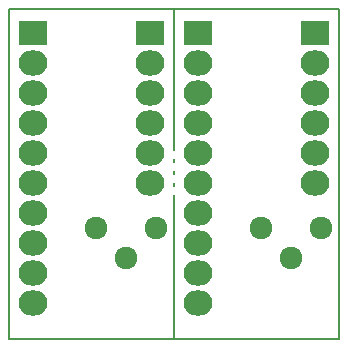
<source format=gbr>
%TF.GenerationSoftware,KiCad,Pcbnew,4.0.1+dfsg1-stable*%
%TF.CreationDate,2016-02-24T22:56:22+01:00*%
%TF.ProjectId,iotad,696F7461642E6B696361645F70636200,rev?*%
%TF.FileFunction,Soldermask,Bot*%
%FSLAX46Y46*%
G04 Gerber Fmt 4.6, Leading zero omitted, Abs format (unit mm)*
G04 Created by KiCad (PCBNEW 4.0.1+dfsg1-stable) date Wed 24 Feb 2016 10:56:22 PM CET*
%MOMM*%
G01*
G04 APERTURE LIST*
%ADD10C,0.100000*%
%ADD11C,0.150000*%
%ADD12C,1.924000*%
%ADD13R,2.432000X2.127200*%
%ADD14O,2.432000X2.127200*%
G04 APERTURE END LIST*
D10*
D11*
X151130000Y-116332000D02*
X151130000Y-116586000D01*
X151130000Y-115316000D02*
X151130000Y-115570000D01*
X151130000Y-114300000D02*
X151130000Y-114554000D01*
X151130000Y-113538000D02*
X151130000Y-101600000D01*
X151130000Y-129540000D02*
X151130000Y-117348000D01*
X165100000Y-101600000D02*
X165100000Y-129540000D01*
X137160000Y-129540000D02*
X165100000Y-129540000D01*
X137160000Y-101600000D02*
X137160000Y-129540000D01*
X137160000Y-101600000D02*
X165100000Y-101600000D01*
D12*
X161036000Y-122682000D03*
X158496000Y-120142000D03*
X163576000Y-120142000D03*
D13*
X163068000Y-103632000D03*
D14*
X163068000Y-106172000D03*
X163068000Y-108712000D03*
X163068000Y-111252000D03*
X163068000Y-113792000D03*
X163068000Y-116332000D03*
D13*
X153162000Y-103632000D03*
D14*
X153162000Y-106172000D03*
X153162000Y-108712000D03*
X153162000Y-111252000D03*
X153162000Y-113792000D03*
X153162000Y-116332000D03*
X153162000Y-118872000D03*
X153162000Y-121412000D03*
X153162000Y-123952000D03*
X153162000Y-126492000D03*
D13*
X139192000Y-103632000D03*
D14*
X139192000Y-106172000D03*
X139192000Y-108712000D03*
X139192000Y-111252000D03*
X139192000Y-113792000D03*
X139192000Y-116332000D03*
X139192000Y-118872000D03*
X139192000Y-121412000D03*
X139192000Y-123952000D03*
X139192000Y-126492000D03*
D13*
X149098000Y-103632000D03*
D14*
X149098000Y-106172000D03*
X149098000Y-108712000D03*
X149098000Y-111252000D03*
X149098000Y-113792000D03*
X149098000Y-116332000D03*
D12*
X147066000Y-122682000D03*
X144526000Y-120142000D03*
X149606000Y-120142000D03*
M02*

</source>
